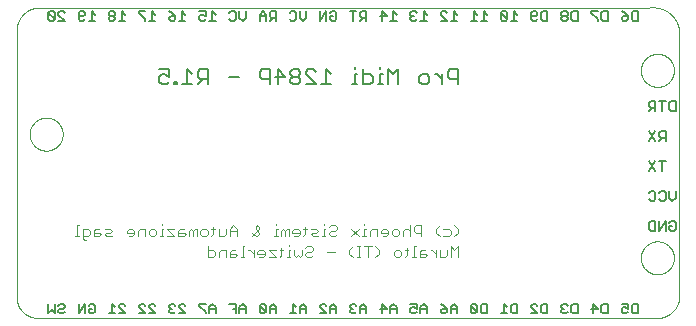
<source format=gbo>
G75*
%MOIN*%
%OFA0B0*%
%FSLAX25Y25*%
%IPPOS*%
%LPD*%
%AMOC8*
5,1,8,0,0,1.08239X$1,22.5*
%
%ADD10C,0.00039*%
%ADD11C,0.00500*%
%ADD12C,0.00400*%
%ADD13C,0.00000*%
%ADD14C,0.00600*%
D10*
X0008864Y0047693D02*
X0213274Y0047693D01*
X0213458Y0047665D01*
X0213643Y0047641D01*
X0213828Y0047622D01*
X0214014Y0047608D01*
X0214200Y0047598D01*
X0214386Y0047592D01*
X0214573Y0047591D01*
X0214759Y0047595D01*
X0214945Y0047603D01*
X0215131Y0047615D01*
X0215317Y0047632D01*
X0215502Y0047653D01*
X0215686Y0047679D01*
X0215870Y0047709D01*
X0216053Y0047744D01*
X0216235Y0047783D01*
X0216416Y0047827D01*
X0216596Y0047875D01*
X0216775Y0047927D01*
X0216953Y0047984D01*
X0217129Y0048044D01*
X0217304Y0048109D01*
X0217476Y0048179D01*
X0217648Y0048252D01*
X0217817Y0048330D01*
X0217985Y0048411D01*
X0218150Y0048497D01*
X0218313Y0048587D01*
X0218475Y0048680D01*
X0218633Y0048777D01*
X0218790Y0048879D01*
X0218944Y0048984D01*
X0219095Y0049092D01*
X0219244Y0049205D01*
X0219390Y0049320D01*
X0219533Y0049440D01*
X0219673Y0049562D01*
X0219810Y0049689D01*
X0219944Y0049818D01*
X0220075Y0049950D01*
X0220203Y0050086D01*
X0220327Y0050225D01*
X0220448Y0050367D01*
X0220566Y0050511D01*
X0220680Y0050659D01*
X0220790Y0050809D01*
X0220897Y0050961D01*
X0221000Y0051117D01*
X0221099Y0051274D01*
X0221194Y0051434D01*
X0221286Y0051597D01*
X0221373Y0051761D01*
X0221457Y0051928D01*
X0221536Y0052096D01*
X0221612Y0052267D01*
X0221683Y0052439D01*
X0221750Y0052613D01*
X0221813Y0052788D01*
X0221872Y0052965D01*
X0221926Y0053143D01*
X0221976Y0053323D01*
X0222021Y0053503D01*
X0222063Y0053685D01*
X0222100Y0053868D01*
X0222132Y0054051D01*
X0222132Y0143510D01*
X0222099Y0143724D01*
X0222062Y0143937D01*
X0222018Y0144148D01*
X0221970Y0144359D01*
X0221917Y0144569D01*
X0221859Y0144777D01*
X0221795Y0144984D01*
X0221727Y0145189D01*
X0221654Y0145392D01*
X0221576Y0145594D01*
X0221493Y0145793D01*
X0221405Y0145991D01*
X0221312Y0146186D01*
X0221215Y0146379D01*
X0221113Y0146570D01*
X0221007Y0146758D01*
X0220896Y0146944D01*
X0220781Y0147126D01*
X0220661Y0147306D01*
X0220537Y0147483D01*
X0220408Y0147657D01*
X0220276Y0147828D01*
X0220139Y0147996D01*
X0219999Y0148160D01*
X0219854Y0148321D01*
X0219706Y0148478D01*
X0219554Y0148632D01*
X0219398Y0148781D01*
X0219238Y0148928D01*
X0219076Y0149070D01*
X0218909Y0149208D01*
X0218740Y0149342D01*
X0218567Y0149472D01*
X0218391Y0149598D01*
X0218212Y0149719D01*
X0218031Y0149837D01*
X0217846Y0149949D01*
X0217659Y0150058D01*
X0217469Y0150161D01*
X0217277Y0150260D01*
X0217083Y0150355D01*
X0216886Y0150444D01*
X0216687Y0150529D01*
X0216487Y0150609D01*
X0216284Y0150684D01*
X0216079Y0150755D01*
X0215873Y0150820D01*
X0215666Y0150880D01*
X0215457Y0150936D01*
X0215246Y0150986D01*
X0215035Y0151031D01*
X0214823Y0151071D01*
X0214609Y0151106D01*
X0214395Y0151135D01*
X0214180Y0151160D01*
X0213965Y0151179D01*
X0213749Y0151193D01*
X0213533Y0151202D01*
X0213317Y0151206D01*
X0213101Y0151204D01*
X0212885Y0151198D01*
X0212669Y0151186D01*
X0212453Y0151168D01*
X0212238Y0151146D01*
X0212024Y0151118D01*
X0008864Y0151118D01*
X0008680Y0151116D01*
X0008496Y0151109D01*
X0008313Y0151098D01*
X0008130Y0151082D01*
X0007947Y0151063D01*
X0007765Y0151038D01*
X0007583Y0151009D01*
X0007402Y0150976D01*
X0007222Y0150939D01*
X0007043Y0150897D01*
X0006865Y0150851D01*
X0006689Y0150800D01*
X0006513Y0150746D01*
X0006339Y0150687D01*
X0006166Y0150624D01*
X0005995Y0150556D01*
X0005826Y0150485D01*
X0005658Y0150410D01*
X0005492Y0150330D01*
X0005328Y0150247D01*
X0005167Y0150159D01*
X0005007Y0150068D01*
X0004850Y0149973D01*
X0004695Y0149874D01*
X0004542Y0149771D01*
X0004392Y0149665D01*
X0004245Y0149555D01*
X0004100Y0149442D01*
X0003958Y0149325D01*
X0003819Y0149205D01*
X0003683Y0149081D01*
X0003550Y0148954D01*
X0003420Y0148824D01*
X0003293Y0148691D01*
X0003169Y0148555D01*
X0003049Y0148416D01*
X0002932Y0148274D01*
X0002819Y0148129D01*
X0002709Y0147982D01*
X0002603Y0147832D01*
X0002500Y0147679D01*
X0002401Y0147524D01*
X0002306Y0147367D01*
X0002215Y0147207D01*
X0002127Y0147046D01*
X0002044Y0146882D01*
X0001964Y0146716D01*
X0001889Y0146548D01*
X0001818Y0146379D01*
X0001750Y0146208D01*
X0001687Y0146035D01*
X0001628Y0145861D01*
X0001574Y0145685D01*
X0001523Y0145509D01*
X0001477Y0145331D01*
X0001435Y0145152D01*
X0001398Y0144972D01*
X0001365Y0144791D01*
X0001336Y0144609D01*
X0001311Y0144427D01*
X0001292Y0144244D01*
X0001276Y0144061D01*
X0001265Y0143878D01*
X0001258Y0143694D01*
X0001256Y0143510D01*
X0001256Y0054051D01*
X0001273Y0053880D01*
X0001295Y0053709D01*
X0001321Y0053539D01*
X0001351Y0053370D01*
X0001385Y0053201D01*
X0001423Y0053033D01*
X0001466Y0052866D01*
X0001512Y0052701D01*
X0001563Y0052536D01*
X0001617Y0052373D01*
X0001676Y0052211D01*
X0001738Y0052051D01*
X0001804Y0051892D01*
X0001875Y0051735D01*
X0001949Y0051580D01*
X0002027Y0051426D01*
X0002108Y0051275D01*
X0002194Y0051125D01*
X0002283Y0050978D01*
X0002375Y0050833D01*
X0002471Y0050690D01*
X0002571Y0050550D01*
X0002674Y0050412D01*
X0002780Y0050277D01*
X0002890Y0050144D01*
X0003002Y0050014D01*
X0003118Y0049887D01*
X0003237Y0049763D01*
X0003360Y0049642D01*
X0003485Y0049523D01*
X0003612Y0049408D01*
X0003743Y0049296D01*
X0003877Y0049188D01*
X0004013Y0049082D01*
X0004151Y0048980D01*
X0004292Y0048882D01*
X0004435Y0048786D01*
X0004581Y0048695D01*
X0004729Y0048607D01*
X0004879Y0048523D01*
X0005031Y0048442D01*
X0005185Y0048365D01*
X0005341Y0048292D01*
X0005498Y0048223D01*
X0005658Y0048158D01*
X0005818Y0048096D01*
X0005981Y0048039D01*
X0006144Y0047985D01*
X0006309Y0047936D01*
X0006475Y0047891D01*
X0006642Y0047849D01*
X0006810Y0047812D01*
X0006979Y0047779D01*
X0007149Y0047750D01*
X0007319Y0047726D01*
X0007490Y0047705D01*
X0007661Y0047689D01*
X0007833Y0047677D01*
X0008004Y0047669D01*
X0008177Y0047665D01*
X0008349Y0047666D01*
X0008521Y0047671D01*
X0008692Y0047680D01*
X0008864Y0047693D01*
D11*
X0011859Y0049183D02*
X0012907Y0050231D01*
X0013954Y0049183D01*
X0013954Y0052326D01*
X0015211Y0051802D02*
X0015734Y0052326D01*
X0016782Y0052326D01*
X0017306Y0051802D01*
X0017306Y0051278D01*
X0016782Y0050754D01*
X0015734Y0050754D01*
X0015211Y0050231D01*
X0015211Y0049707D01*
X0015734Y0049183D01*
X0016782Y0049183D01*
X0017306Y0049707D01*
X0021914Y0049183D02*
X0021914Y0052326D01*
X0024009Y0052326D02*
X0021914Y0049183D01*
X0024009Y0049183D02*
X0024009Y0052326D01*
X0025266Y0051802D02*
X0025789Y0052326D01*
X0026837Y0052326D01*
X0027361Y0051802D01*
X0027361Y0049707D01*
X0026837Y0049183D01*
X0025789Y0049183D01*
X0025266Y0049707D01*
X0025266Y0050754D01*
X0026313Y0050754D01*
X0031969Y0049183D02*
X0034064Y0049183D01*
X0033016Y0049183D02*
X0033016Y0052326D01*
X0034064Y0051278D01*
X0035321Y0051278D02*
X0035321Y0051802D01*
X0035844Y0052326D01*
X0036892Y0052326D01*
X0037416Y0051802D01*
X0035321Y0051278D02*
X0037416Y0049183D01*
X0035321Y0049183D01*
X0042024Y0049183D02*
X0044119Y0049183D01*
X0042024Y0051278D01*
X0042024Y0051802D01*
X0042548Y0052326D01*
X0043595Y0052326D01*
X0044119Y0051802D01*
X0045376Y0051802D02*
X0045899Y0052326D01*
X0046947Y0052326D01*
X0047471Y0051802D01*
X0045376Y0051802D02*
X0045376Y0051278D01*
X0047471Y0049183D01*
X0045376Y0049183D01*
X0052079Y0049707D02*
X0052603Y0049183D01*
X0053650Y0049183D01*
X0054174Y0049707D01*
X0055431Y0049183D02*
X0057526Y0049183D01*
X0055431Y0051278D01*
X0055431Y0051802D01*
X0055954Y0052326D01*
X0057002Y0052326D01*
X0057526Y0051802D01*
X0054174Y0051802D02*
X0053650Y0052326D01*
X0052603Y0052326D01*
X0052079Y0051802D01*
X0052079Y0051278D01*
X0052603Y0050754D01*
X0052079Y0050231D01*
X0052079Y0049707D01*
X0052603Y0050754D02*
X0053126Y0050754D01*
X0062134Y0051802D02*
X0064229Y0049707D01*
X0064229Y0049183D01*
X0065486Y0049183D02*
X0065486Y0051278D01*
X0066533Y0052326D01*
X0067581Y0051278D01*
X0067581Y0049183D01*
X0067581Y0050754D02*
X0065486Y0050754D01*
X0064229Y0052326D02*
X0062134Y0052326D01*
X0062134Y0051802D01*
X0072189Y0052326D02*
X0074284Y0052326D01*
X0074284Y0049183D01*
X0075541Y0049183D02*
X0075541Y0051278D01*
X0076588Y0052326D01*
X0077636Y0051278D01*
X0077636Y0049183D01*
X0082244Y0049707D02*
X0082768Y0049183D01*
X0083815Y0049183D01*
X0084339Y0049707D01*
X0082244Y0051802D01*
X0082244Y0049707D01*
X0084339Y0049707D02*
X0084339Y0051802D01*
X0083815Y0052326D01*
X0082768Y0052326D01*
X0082244Y0051802D01*
X0077636Y0050754D02*
X0075541Y0050754D01*
X0074284Y0050754D02*
X0073236Y0050754D01*
X0085595Y0050754D02*
X0087691Y0050754D01*
X0087691Y0051278D02*
X0086643Y0052326D01*
X0085595Y0051278D01*
X0085595Y0049183D01*
X0087691Y0049183D02*
X0087691Y0051278D01*
X0092299Y0049183D02*
X0094394Y0049183D01*
X0093346Y0049183D02*
X0093346Y0052326D01*
X0094394Y0051278D01*
X0095650Y0051278D02*
X0095650Y0049183D01*
X0097746Y0049183D02*
X0097746Y0051278D01*
X0096698Y0052326D01*
X0095650Y0051278D01*
X0095650Y0050754D02*
X0097746Y0050754D01*
X0102354Y0051278D02*
X0104449Y0049183D01*
X0102354Y0049183D01*
X0105705Y0049183D02*
X0105705Y0051278D01*
X0106753Y0052326D01*
X0107801Y0051278D01*
X0107801Y0049183D01*
X0107801Y0050754D02*
X0105705Y0050754D01*
X0104449Y0051802D02*
X0103925Y0052326D01*
X0102878Y0052326D01*
X0102354Y0051802D01*
X0102354Y0051278D01*
X0112409Y0051278D02*
X0112933Y0050754D01*
X0112409Y0050231D01*
X0112409Y0049707D01*
X0112933Y0049183D01*
X0113980Y0049183D01*
X0114504Y0049707D01*
X0115760Y0049183D02*
X0115760Y0051278D01*
X0116808Y0052326D01*
X0117856Y0051278D01*
X0117856Y0049183D01*
X0117856Y0050754D02*
X0115760Y0050754D01*
X0114504Y0051802D02*
X0113980Y0052326D01*
X0112933Y0052326D01*
X0112409Y0051802D01*
X0112409Y0051278D01*
X0112933Y0050754D02*
X0113456Y0050754D01*
X0122464Y0050754D02*
X0124559Y0050754D01*
X0122988Y0052326D01*
X0122988Y0049183D01*
X0125815Y0049183D02*
X0125815Y0051278D01*
X0126863Y0052326D01*
X0127911Y0051278D01*
X0127911Y0049183D01*
X0132519Y0049707D02*
X0133043Y0049183D01*
X0134090Y0049183D01*
X0134614Y0049707D01*
X0134614Y0050754D02*
X0133566Y0051278D01*
X0133043Y0051278D01*
X0132519Y0050754D01*
X0132519Y0049707D01*
X0134614Y0050754D02*
X0134614Y0052326D01*
X0132519Y0052326D01*
X0135870Y0051278D02*
X0135870Y0049183D01*
X0137966Y0049183D02*
X0137966Y0051278D01*
X0136918Y0052326D01*
X0135870Y0051278D01*
X0135870Y0050754D02*
X0137966Y0050754D01*
X0142574Y0050231D02*
X0143098Y0050754D01*
X0144669Y0050754D01*
X0144669Y0049707D01*
X0144145Y0049183D01*
X0143098Y0049183D01*
X0142574Y0049707D01*
X0142574Y0050231D01*
X0143621Y0051802D02*
X0144669Y0050754D01*
X0145925Y0050754D02*
X0148020Y0050754D01*
X0148020Y0051278D02*
X0146973Y0052326D01*
X0145925Y0051278D01*
X0145925Y0049183D01*
X0148020Y0049183D02*
X0148020Y0051278D01*
X0152629Y0051802D02*
X0152629Y0049707D01*
X0153152Y0049183D01*
X0154200Y0049183D01*
X0154724Y0049707D01*
X0152629Y0051802D01*
X0153152Y0052326D01*
X0154200Y0052326D01*
X0154724Y0051802D01*
X0154724Y0049707D01*
X0155980Y0049707D02*
X0155980Y0051802D01*
X0156504Y0052326D01*
X0158075Y0052326D01*
X0158075Y0049183D01*
X0156504Y0049183D01*
X0155980Y0049707D01*
X0162684Y0049183D02*
X0164779Y0049183D01*
X0163731Y0049183D02*
X0163731Y0052326D01*
X0164779Y0051278D01*
X0166035Y0051802D02*
X0166559Y0052326D01*
X0168130Y0052326D01*
X0168130Y0049183D01*
X0166559Y0049183D01*
X0166035Y0049707D01*
X0166035Y0051802D01*
X0172739Y0051802D02*
X0173262Y0052326D01*
X0174310Y0052326D01*
X0174834Y0051802D01*
X0176090Y0051802D02*
X0176090Y0049707D01*
X0176614Y0049183D01*
X0178185Y0049183D01*
X0178185Y0052326D01*
X0176614Y0052326D01*
X0176090Y0051802D01*
X0174834Y0049183D02*
X0172739Y0049183D01*
X0174834Y0049183D02*
X0172739Y0051278D01*
X0172739Y0051802D01*
X0182794Y0051802D02*
X0182794Y0051278D01*
X0183317Y0050754D01*
X0182794Y0050231D01*
X0182794Y0049707D01*
X0183317Y0049183D01*
X0184365Y0049183D01*
X0184889Y0049707D01*
X0186145Y0049707D02*
X0186145Y0051802D01*
X0186669Y0052326D01*
X0188240Y0052326D01*
X0188240Y0049183D01*
X0186669Y0049183D01*
X0186145Y0049707D01*
X0184889Y0051802D02*
X0184365Y0052326D01*
X0183317Y0052326D01*
X0182794Y0051802D01*
X0183317Y0050754D02*
X0183841Y0050754D01*
X0192849Y0050754D02*
X0194944Y0050754D01*
X0193372Y0052326D01*
X0193372Y0049183D01*
X0196200Y0049707D02*
X0196200Y0051802D01*
X0196724Y0052326D01*
X0198295Y0052326D01*
X0198295Y0049183D01*
X0196724Y0049183D01*
X0196200Y0049707D01*
X0202904Y0049707D02*
X0203427Y0049183D01*
X0204475Y0049183D01*
X0204999Y0049707D01*
X0204999Y0050754D02*
X0203951Y0051278D01*
X0203427Y0051278D01*
X0202904Y0050754D01*
X0202904Y0049707D01*
X0204999Y0050754D02*
X0204999Y0052326D01*
X0202904Y0052326D01*
X0206255Y0051802D02*
X0206779Y0052326D01*
X0208350Y0052326D01*
X0208350Y0049183D01*
X0206779Y0049183D01*
X0206255Y0049707D01*
X0206255Y0051802D01*
X0212631Y0076683D02*
X0212107Y0077207D01*
X0212107Y0079302D01*
X0212631Y0079826D01*
X0214202Y0079826D01*
X0214202Y0076683D01*
X0212631Y0076683D01*
X0215459Y0076683D02*
X0215459Y0079826D01*
X0217554Y0079826D02*
X0215459Y0076683D01*
X0217554Y0076683D02*
X0217554Y0079826D01*
X0218810Y0079302D02*
X0219334Y0079826D01*
X0220382Y0079826D01*
X0220905Y0079302D01*
X0220905Y0077207D01*
X0220382Y0076683D01*
X0219334Y0076683D01*
X0218810Y0077207D01*
X0218810Y0078254D01*
X0219858Y0078254D01*
X0219858Y0086693D02*
X0218810Y0087741D01*
X0218810Y0089836D01*
X0217554Y0089312D02*
X0217554Y0087217D01*
X0217030Y0086693D01*
X0215982Y0086693D01*
X0215459Y0087217D01*
X0214202Y0087217D02*
X0213678Y0086693D01*
X0212631Y0086693D01*
X0212107Y0087217D01*
X0214202Y0087217D02*
X0214202Y0089312D01*
X0213678Y0089836D01*
X0212631Y0089836D01*
X0212107Y0089312D01*
X0215459Y0089312D02*
X0215982Y0089836D01*
X0217030Y0089836D01*
X0217554Y0089312D01*
X0220905Y0089836D02*
X0220905Y0087741D01*
X0219858Y0086693D01*
X0216506Y0096703D02*
X0216506Y0099846D01*
X0215459Y0099846D02*
X0217554Y0099846D01*
X0214202Y0099846D02*
X0212107Y0096703D01*
X0214202Y0096703D02*
X0212107Y0099846D01*
X0212107Y0106713D02*
X0214202Y0109856D01*
X0215459Y0109332D02*
X0215459Y0108284D01*
X0215982Y0107761D01*
X0217554Y0107761D01*
X0216506Y0107761D02*
X0215459Y0106713D01*
X0214202Y0106713D02*
X0212107Y0109856D01*
X0215459Y0109332D02*
X0215982Y0109856D01*
X0217554Y0109856D01*
X0217554Y0106713D01*
X0216506Y0116723D02*
X0216506Y0119866D01*
X0215459Y0119866D02*
X0217554Y0119866D01*
X0218810Y0119342D02*
X0218810Y0117247D01*
X0219334Y0116723D01*
X0220905Y0116723D01*
X0220905Y0119866D01*
X0219334Y0119866D01*
X0218810Y0119342D01*
X0214202Y0119866D02*
X0214202Y0116723D01*
X0214202Y0117771D02*
X0212631Y0117771D01*
X0212107Y0118294D01*
X0212107Y0119342D01*
X0212631Y0119866D01*
X0214202Y0119866D01*
X0213155Y0117771D02*
X0212107Y0116723D01*
X0208350Y0146683D02*
X0206779Y0146683D01*
X0206255Y0147207D01*
X0206255Y0149302D01*
X0206779Y0149826D01*
X0208350Y0149826D01*
X0208350Y0146683D01*
X0204999Y0147207D02*
X0204999Y0148254D01*
X0203427Y0148254D01*
X0202904Y0147731D01*
X0202904Y0147207D01*
X0203427Y0146683D01*
X0204475Y0146683D01*
X0204999Y0147207D01*
X0204999Y0148254D02*
X0203951Y0149302D01*
X0202904Y0149826D01*
X0198295Y0149826D02*
X0198295Y0146683D01*
X0196724Y0146683D01*
X0196200Y0147207D01*
X0196200Y0149302D01*
X0196724Y0149826D01*
X0198295Y0149826D01*
X0194944Y0149826D02*
X0192849Y0149826D01*
X0192849Y0149302D01*
X0194944Y0147207D01*
X0194944Y0146683D01*
X0188240Y0146683D02*
X0188240Y0149826D01*
X0186669Y0149826D01*
X0186145Y0149302D01*
X0186145Y0147207D01*
X0186669Y0146683D01*
X0188240Y0146683D01*
X0184889Y0147207D02*
X0184889Y0147731D01*
X0184365Y0148254D01*
X0183317Y0148254D01*
X0182794Y0147731D01*
X0182794Y0147207D01*
X0183317Y0146683D01*
X0184365Y0146683D01*
X0184889Y0147207D01*
X0184365Y0148254D02*
X0184889Y0148778D01*
X0184889Y0149302D01*
X0184365Y0149826D01*
X0183317Y0149826D01*
X0182794Y0149302D01*
X0182794Y0148778D01*
X0183317Y0148254D01*
X0178185Y0146683D02*
X0176614Y0146683D01*
X0176090Y0147207D01*
X0176090Y0149302D01*
X0176614Y0149826D01*
X0178185Y0149826D01*
X0178185Y0146683D01*
X0174834Y0147207D02*
X0174310Y0146683D01*
X0173262Y0146683D01*
X0172739Y0147207D01*
X0172739Y0149302D01*
X0173262Y0149826D01*
X0174310Y0149826D01*
X0174834Y0149302D01*
X0174834Y0148778D01*
X0174310Y0148254D01*
X0172739Y0148254D01*
X0168130Y0148778D02*
X0167083Y0149826D01*
X0167083Y0146683D01*
X0168130Y0146683D02*
X0166035Y0146683D01*
X0164779Y0147207D02*
X0162684Y0149302D01*
X0162684Y0147207D01*
X0163207Y0146683D01*
X0164255Y0146683D01*
X0164779Y0147207D01*
X0164779Y0149302D01*
X0164255Y0149826D01*
X0163207Y0149826D01*
X0162684Y0149302D01*
X0158075Y0148778D02*
X0157028Y0149826D01*
X0157028Y0146683D01*
X0158075Y0146683D02*
X0155980Y0146683D01*
X0154724Y0146683D02*
X0152629Y0146683D01*
X0153676Y0146683D02*
X0153676Y0149826D01*
X0154724Y0148778D01*
X0148020Y0148778D02*
X0146973Y0149826D01*
X0146973Y0146683D01*
X0148020Y0146683D02*
X0145925Y0146683D01*
X0144669Y0146683D02*
X0142574Y0148778D01*
X0142574Y0149302D01*
X0143098Y0149826D01*
X0144145Y0149826D01*
X0144669Y0149302D01*
X0144669Y0146683D02*
X0142574Y0146683D01*
X0137966Y0146683D02*
X0135870Y0146683D01*
X0136918Y0146683D02*
X0136918Y0149826D01*
X0137966Y0148778D01*
X0134614Y0149302D02*
X0134090Y0149826D01*
X0133043Y0149826D01*
X0132519Y0149302D01*
X0132519Y0148778D01*
X0133043Y0148254D01*
X0132519Y0147731D01*
X0132519Y0147207D01*
X0133043Y0146683D01*
X0134090Y0146683D01*
X0134614Y0147207D01*
X0133566Y0148254D02*
X0133043Y0148254D01*
X0127911Y0148778D02*
X0126863Y0149826D01*
X0126863Y0146683D01*
X0127911Y0146683D02*
X0125815Y0146683D01*
X0124559Y0148254D02*
X0122464Y0148254D01*
X0122988Y0146683D02*
X0122988Y0149826D01*
X0124559Y0148254D01*
X0117856Y0147731D02*
X0116284Y0147731D01*
X0115760Y0148254D01*
X0115760Y0149302D01*
X0116284Y0149826D01*
X0117856Y0149826D01*
X0117856Y0146683D01*
X0116808Y0147731D02*
X0115760Y0146683D01*
X0113456Y0146683D02*
X0113456Y0149826D01*
X0112409Y0149826D02*
X0114504Y0149826D01*
X0107801Y0149302D02*
X0107801Y0147207D01*
X0107277Y0146683D01*
X0106229Y0146683D01*
X0105705Y0147207D01*
X0105705Y0148254D01*
X0106753Y0148254D01*
X0107801Y0149302D02*
X0107277Y0149826D01*
X0106229Y0149826D01*
X0105705Y0149302D01*
X0104449Y0149826D02*
X0102354Y0146683D01*
X0102354Y0149826D01*
X0104449Y0149826D02*
X0104449Y0146683D01*
X0097746Y0147731D02*
X0097746Y0149826D01*
X0097746Y0147731D02*
X0096698Y0146683D01*
X0095650Y0147731D01*
X0095650Y0149826D01*
X0094394Y0149302D02*
X0094394Y0147207D01*
X0093870Y0146683D01*
X0092823Y0146683D01*
X0092299Y0147207D01*
X0092299Y0149302D02*
X0092823Y0149826D01*
X0093870Y0149826D01*
X0094394Y0149302D01*
X0087691Y0149826D02*
X0087691Y0146683D01*
X0087691Y0147731D02*
X0086119Y0147731D01*
X0085595Y0148254D01*
X0085595Y0149302D01*
X0086119Y0149826D01*
X0087691Y0149826D01*
X0086643Y0147731D02*
X0085595Y0146683D01*
X0084339Y0146683D02*
X0084339Y0148778D01*
X0083291Y0149826D01*
X0082244Y0148778D01*
X0082244Y0146683D01*
X0082244Y0148254D02*
X0084339Y0148254D01*
X0077636Y0147731D02*
X0076588Y0146683D01*
X0075541Y0147731D01*
X0075541Y0149826D01*
X0074284Y0149302D02*
X0074284Y0147207D01*
X0073760Y0146683D01*
X0072713Y0146683D01*
X0072189Y0147207D01*
X0072189Y0149302D02*
X0072713Y0149826D01*
X0073760Y0149826D01*
X0074284Y0149302D01*
X0077636Y0149826D02*
X0077636Y0147731D01*
X0067581Y0148778D02*
X0066533Y0149826D01*
X0066533Y0146683D01*
X0065486Y0146683D02*
X0067581Y0146683D01*
X0064229Y0147207D02*
X0063705Y0146683D01*
X0062658Y0146683D01*
X0062134Y0147207D01*
X0062134Y0148254D01*
X0062658Y0148778D01*
X0063181Y0148778D01*
X0064229Y0148254D01*
X0064229Y0149826D01*
X0062134Y0149826D01*
X0057526Y0148778D02*
X0056478Y0149826D01*
X0056478Y0146683D01*
X0055431Y0146683D02*
X0057526Y0146683D01*
X0054174Y0147207D02*
X0054174Y0148254D01*
X0052603Y0148254D01*
X0052079Y0147731D01*
X0052079Y0147207D01*
X0052603Y0146683D01*
X0053650Y0146683D01*
X0054174Y0147207D01*
X0054174Y0148254D02*
X0053126Y0149302D01*
X0052079Y0149826D01*
X0047471Y0148778D02*
X0046423Y0149826D01*
X0046423Y0146683D01*
X0045376Y0146683D02*
X0047471Y0146683D01*
X0044119Y0146683D02*
X0044119Y0147207D01*
X0042024Y0149302D01*
X0042024Y0149826D01*
X0044119Y0149826D01*
X0037416Y0148778D02*
X0036368Y0149826D01*
X0036368Y0146683D01*
X0035321Y0146683D02*
X0037416Y0146683D01*
X0034064Y0147207D02*
X0034064Y0147731D01*
X0033540Y0148254D01*
X0032493Y0148254D01*
X0031969Y0147731D01*
X0031969Y0147207D01*
X0032493Y0146683D01*
X0033540Y0146683D01*
X0034064Y0147207D01*
X0033540Y0148254D02*
X0034064Y0148778D01*
X0034064Y0149302D01*
X0033540Y0149826D01*
X0032493Y0149826D01*
X0031969Y0149302D01*
X0031969Y0148778D01*
X0032493Y0148254D01*
X0027361Y0148778D02*
X0026313Y0149826D01*
X0026313Y0146683D01*
X0025266Y0146683D02*
X0027361Y0146683D01*
X0024009Y0147207D02*
X0023485Y0146683D01*
X0022438Y0146683D01*
X0021914Y0147207D01*
X0021914Y0149302D01*
X0022438Y0149826D01*
X0023485Y0149826D01*
X0024009Y0149302D01*
X0024009Y0148778D01*
X0023485Y0148254D01*
X0021914Y0148254D01*
X0017306Y0149302D02*
X0016782Y0149826D01*
X0015734Y0149826D01*
X0015211Y0149302D01*
X0015211Y0148778D01*
X0017306Y0146683D01*
X0015211Y0146683D01*
X0013954Y0147207D02*
X0011859Y0149302D01*
X0011859Y0147207D01*
X0012383Y0146683D01*
X0013430Y0146683D01*
X0013954Y0147207D01*
X0013954Y0149302D01*
X0013430Y0149826D01*
X0012383Y0149826D01*
X0011859Y0149302D01*
X0011859Y0052326D02*
X0011859Y0049183D01*
X0125815Y0050754D02*
X0127911Y0050754D01*
X0142574Y0052326D02*
X0143621Y0051802D01*
D12*
X0144117Y0067883D02*
X0142315Y0067883D01*
X0142315Y0070285D01*
X0141034Y0070285D02*
X0141034Y0067883D01*
X0141034Y0069084D02*
X0139833Y0070285D01*
X0139233Y0070285D01*
X0137364Y0070285D02*
X0136163Y0070285D01*
X0135563Y0069685D01*
X0135563Y0067883D01*
X0137364Y0067883D01*
X0137965Y0068484D01*
X0137364Y0069084D01*
X0135563Y0069084D01*
X0134282Y0067883D02*
X0133081Y0067883D01*
X0133681Y0067883D02*
X0133681Y0071486D01*
X0134282Y0071486D01*
X0131826Y0070285D02*
X0130625Y0070285D01*
X0131226Y0070886D02*
X0131226Y0068484D01*
X0130625Y0067883D01*
X0129371Y0068484D02*
X0129371Y0069685D01*
X0128770Y0070285D01*
X0127569Y0070285D01*
X0126969Y0069685D01*
X0126969Y0068484D01*
X0127569Y0067883D01*
X0128770Y0067883D01*
X0129371Y0068484D01*
X0122005Y0069084D02*
X0122005Y0070285D01*
X0120804Y0071486D01*
X0119549Y0071486D02*
X0117147Y0071486D01*
X0118348Y0071486D02*
X0118348Y0067883D01*
X0120804Y0067883D02*
X0122005Y0069084D01*
X0115866Y0067883D02*
X0114665Y0067883D01*
X0115265Y0067883D02*
X0115265Y0071486D01*
X0114665Y0071486D02*
X0115866Y0071486D01*
X0113411Y0071486D02*
X0112210Y0070285D01*
X0112210Y0069084D01*
X0113411Y0067883D01*
X0107272Y0069685D02*
X0104870Y0069685D01*
X0099906Y0070285D02*
X0099906Y0070886D01*
X0099305Y0071486D01*
X0098104Y0071486D01*
X0097504Y0070886D01*
X0098104Y0069685D02*
X0097504Y0069084D01*
X0097504Y0068484D01*
X0098104Y0067883D01*
X0099305Y0067883D01*
X0099906Y0068484D01*
X0099305Y0069685D02*
X0098104Y0069685D01*
X0099305Y0069685D02*
X0099906Y0070285D01*
X0096223Y0070285D02*
X0096223Y0068484D01*
X0095622Y0067883D01*
X0095022Y0068484D01*
X0094421Y0067883D01*
X0093820Y0068484D01*
X0093820Y0070285D01*
X0092539Y0070285D02*
X0091939Y0070285D01*
X0091939Y0067883D01*
X0092539Y0067883D02*
X0091338Y0067883D01*
X0089483Y0068484D02*
X0088883Y0067883D01*
X0089483Y0068484D02*
X0089483Y0070886D01*
X0090084Y0070285D02*
X0088883Y0070285D01*
X0087629Y0070285D02*
X0085227Y0070285D01*
X0087629Y0067883D01*
X0085227Y0067883D01*
X0083945Y0068484D02*
X0083945Y0069685D01*
X0083345Y0070285D01*
X0082144Y0070285D01*
X0081543Y0069685D01*
X0081543Y0069084D01*
X0083945Y0069084D01*
X0083945Y0068484D02*
X0083345Y0067883D01*
X0082144Y0067883D01*
X0080262Y0067883D02*
X0080262Y0070285D01*
X0080262Y0069084D02*
X0079061Y0070285D01*
X0078461Y0070285D01*
X0077193Y0071486D02*
X0076592Y0071486D01*
X0076592Y0067883D01*
X0075992Y0067883D02*
X0077193Y0067883D01*
X0074738Y0068484D02*
X0074137Y0069084D01*
X0072336Y0069084D01*
X0072336Y0069685D02*
X0072336Y0067883D01*
X0074137Y0067883D01*
X0074738Y0068484D01*
X0074137Y0070285D02*
X0072936Y0070285D01*
X0072336Y0069685D01*
X0071054Y0070285D02*
X0069253Y0070285D01*
X0068652Y0069685D01*
X0068652Y0067883D01*
X0067371Y0068484D02*
X0067371Y0069685D01*
X0066771Y0070285D01*
X0064969Y0070285D01*
X0064969Y0071486D02*
X0064969Y0067883D01*
X0066771Y0067883D01*
X0067371Y0068484D01*
X0071054Y0067883D02*
X0071054Y0070285D01*
X0070454Y0074883D02*
X0068652Y0074883D01*
X0068652Y0077285D01*
X0067371Y0077285D02*
X0066170Y0077285D01*
X0066771Y0077886D02*
X0066771Y0075484D01*
X0066170Y0074883D01*
X0064916Y0075484D02*
X0064315Y0074883D01*
X0063114Y0074883D01*
X0062514Y0075484D01*
X0062514Y0076685D01*
X0063114Y0077285D01*
X0064315Y0077285D01*
X0064916Y0076685D01*
X0064916Y0075484D01*
X0061233Y0074883D02*
X0061233Y0077285D01*
X0060632Y0077285D01*
X0060032Y0076685D01*
X0059431Y0077285D01*
X0058831Y0076685D01*
X0058831Y0074883D01*
X0060032Y0074883D02*
X0060032Y0076685D01*
X0057550Y0075484D02*
X0056949Y0074883D01*
X0055147Y0074883D01*
X0055147Y0076685D01*
X0055748Y0077285D01*
X0056949Y0077285D01*
X0056949Y0076084D02*
X0055147Y0076084D01*
X0053866Y0074883D02*
X0051464Y0074883D01*
X0050183Y0074883D02*
X0048982Y0074883D01*
X0049583Y0074883D02*
X0049583Y0077285D01*
X0050183Y0077285D01*
X0051464Y0077285D02*
X0053866Y0074883D01*
X0053866Y0077285D02*
X0051464Y0077285D01*
X0049583Y0078486D02*
X0049583Y0079087D01*
X0047728Y0076685D02*
X0047127Y0077285D01*
X0045926Y0077285D01*
X0045326Y0076685D01*
X0045326Y0075484D01*
X0045926Y0074883D01*
X0047127Y0074883D01*
X0047728Y0075484D01*
X0047728Y0076685D01*
X0044045Y0077285D02*
X0044045Y0074883D01*
X0041643Y0074883D02*
X0041643Y0076685D01*
X0042243Y0077285D01*
X0044045Y0077285D01*
X0040362Y0076685D02*
X0039761Y0077285D01*
X0038560Y0077285D01*
X0037959Y0076685D01*
X0037959Y0076084D01*
X0040362Y0076084D01*
X0040362Y0075484D02*
X0040362Y0076685D01*
X0040362Y0075484D02*
X0039761Y0074883D01*
X0038560Y0074883D01*
X0032995Y0074883D02*
X0031194Y0074883D01*
X0030593Y0075484D01*
X0031194Y0076084D01*
X0032395Y0076084D01*
X0032995Y0076685D01*
X0032395Y0077285D01*
X0030593Y0077285D01*
X0028712Y0077285D02*
X0027511Y0077285D01*
X0026910Y0076685D01*
X0026910Y0074883D01*
X0028712Y0074883D01*
X0029312Y0075484D01*
X0028712Y0076084D01*
X0026910Y0076084D01*
X0025629Y0075484D02*
X0025028Y0074883D01*
X0023227Y0074883D01*
X0023227Y0074283D02*
X0023227Y0077285D01*
X0025028Y0077285D01*
X0025629Y0076685D01*
X0025629Y0075484D01*
X0023827Y0073682D02*
X0023227Y0074283D01*
X0023827Y0073682D02*
X0024428Y0073682D01*
X0021946Y0074883D02*
X0020745Y0074883D01*
X0021345Y0074883D02*
X0021345Y0078486D01*
X0021946Y0078486D01*
X0056949Y0076084D02*
X0057550Y0075484D01*
X0070454Y0074883D02*
X0071054Y0075484D01*
X0071054Y0077285D01*
X0072335Y0077285D02*
X0072335Y0074883D01*
X0072335Y0076685D02*
X0074738Y0076685D01*
X0074738Y0077285D02*
X0074738Y0074883D01*
X0074738Y0077285D02*
X0073537Y0078486D01*
X0072335Y0077285D01*
X0079702Y0076084D02*
X0080903Y0074883D01*
X0081503Y0074883D01*
X0082104Y0075484D01*
X0082104Y0076084D01*
X0080903Y0077285D01*
X0080903Y0077886D01*
X0081503Y0078486D01*
X0082104Y0077886D01*
X0082104Y0077285D01*
X0079702Y0074883D01*
X0087041Y0074883D02*
X0088242Y0074883D01*
X0087642Y0074883D02*
X0087642Y0077285D01*
X0088242Y0077285D01*
X0087642Y0078486D02*
X0087642Y0079087D01*
X0089523Y0076685D02*
X0090124Y0077285D01*
X0090725Y0076685D01*
X0090725Y0074883D01*
X0091926Y0074883D02*
X0091926Y0077285D01*
X0091325Y0077285D01*
X0090725Y0076685D01*
X0089523Y0076685D02*
X0089523Y0074883D01*
X0093207Y0076084D02*
X0095609Y0076084D01*
X0095609Y0075484D02*
X0095609Y0076685D01*
X0095008Y0077285D01*
X0093807Y0077285D01*
X0093207Y0076685D01*
X0093207Y0076084D01*
X0093807Y0074883D02*
X0095008Y0074883D01*
X0095609Y0075484D01*
X0096863Y0074883D02*
X0097464Y0075484D01*
X0097464Y0077886D01*
X0098064Y0077285D02*
X0096863Y0077285D01*
X0099345Y0077285D02*
X0101147Y0077285D01*
X0101747Y0076685D01*
X0101147Y0076084D01*
X0099946Y0076084D01*
X0099345Y0075484D01*
X0099946Y0074883D01*
X0101747Y0074883D01*
X0103002Y0074883D02*
X0104203Y0074883D01*
X0103602Y0074883D02*
X0103602Y0077285D01*
X0104203Y0077285D01*
X0103602Y0078486D02*
X0103602Y0079087D01*
X0105484Y0077886D02*
X0106084Y0078486D01*
X0107285Y0078486D01*
X0107886Y0077886D01*
X0107886Y0077285D01*
X0107285Y0076685D01*
X0106084Y0076685D01*
X0105484Y0076084D01*
X0105484Y0075484D01*
X0106084Y0074883D01*
X0107285Y0074883D01*
X0107886Y0075484D01*
X0112850Y0074883D02*
X0115252Y0077285D01*
X0117107Y0077285D02*
X0117107Y0074883D01*
X0116507Y0074883D02*
X0117708Y0074883D01*
X0118989Y0074883D02*
X0118989Y0076685D01*
X0119589Y0077285D01*
X0121391Y0077285D01*
X0121391Y0074883D01*
X0122672Y0076084D02*
X0125074Y0076084D01*
X0125074Y0075484D02*
X0125074Y0076685D01*
X0124473Y0077285D01*
X0123272Y0077285D01*
X0122672Y0076685D01*
X0122672Y0076084D01*
X0123272Y0074883D02*
X0124473Y0074883D01*
X0125074Y0075484D01*
X0126355Y0075484D02*
X0126355Y0076685D01*
X0126955Y0077285D01*
X0128156Y0077285D01*
X0128757Y0076685D01*
X0128757Y0075484D01*
X0128156Y0074883D01*
X0126955Y0074883D01*
X0126355Y0075484D01*
X0130038Y0074883D02*
X0130038Y0076685D01*
X0130639Y0077285D01*
X0131840Y0077285D01*
X0132440Y0076685D01*
X0133721Y0076685D02*
X0133721Y0077886D01*
X0134322Y0078486D01*
X0136123Y0078486D01*
X0136123Y0074883D01*
X0136123Y0076084D02*
X0134322Y0076084D01*
X0133721Y0076685D01*
X0132440Y0078486D02*
X0132440Y0074883D01*
X0141061Y0076084D02*
X0141061Y0077285D01*
X0142262Y0078486D01*
X0143543Y0077285D02*
X0145344Y0077285D01*
X0145945Y0076685D01*
X0145945Y0075484D01*
X0145344Y0074883D01*
X0143543Y0074883D01*
X0142262Y0074883D02*
X0141061Y0076084D01*
X0147199Y0074883D02*
X0148400Y0076084D01*
X0148400Y0077285D01*
X0147199Y0078486D01*
X0145998Y0071486D02*
X0145998Y0067883D01*
X0144717Y0068484D02*
X0144717Y0070285D01*
X0145998Y0071486D02*
X0147199Y0070285D01*
X0148400Y0071486D01*
X0148400Y0067883D01*
X0144717Y0068484D02*
X0144117Y0067883D01*
X0117708Y0077285D02*
X0117107Y0077285D01*
X0117107Y0078486D02*
X0117107Y0079087D01*
X0115252Y0074883D02*
X0112850Y0077285D01*
X0091939Y0072087D02*
X0091939Y0071486D01*
D13*
X0005588Y0108933D02*
X0005590Y0109081D01*
X0005596Y0109229D01*
X0005606Y0109377D01*
X0005620Y0109524D01*
X0005638Y0109671D01*
X0005659Y0109817D01*
X0005685Y0109963D01*
X0005715Y0110108D01*
X0005748Y0110252D01*
X0005786Y0110395D01*
X0005827Y0110537D01*
X0005872Y0110678D01*
X0005920Y0110818D01*
X0005973Y0110957D01*
X0006029Y0111094D01*
X0006089Y0111229D01*
X0006152Y0111363D01*
X0006219Y0111495D01*
X0006290Y0111625D01*
X0006364Y0111753D01*
X0006441Y0111879D01*
X0006522Y0112003D01*
X0006606Y0112125D01*
X0006693Y0112244D01*
X0006784Y0112361D01*
X0006878Y0112476D01*
X0006974Y0112588D01*
X0007074Y0112698D01*
X0007176Y0112804D01*
X0007282Y0112908D01*
X0007390Y0113009D01*
X0007501Y0113107D01*
X0007614Y0113203D01*
X0007730Y0113295D01*
X0007848Y0113384D01*
X0007969Y0113469D01*
X0008092Y0113552D01*
X0008217Y0113631D01*
X0008344Y0113707D01*
X0008473Y0113779D01*
X0008604Y0113848D01*
X0008737Y0113913D01*
X0008872Y0113974D01*
X0009008Y0114032D01*
X0009145Y0114087D01*
X0009284Y0114137D01*
X0009425Y0114184D01*
X0009566Y0114227D01*
X0009709Y0114267D01*
X0009853Y0114302D01*
X0009997Y0114334D01*
X0010143Y0114361D01*
X0010289Y0114385D01*
X0010436Y0114405D01*
X0010583Y0114421D01*
X0010730Y0114433D01*
X0010878Y0114441D01*
X0011026Y0114445D01*
X0011174Y0114445D01*
X0011322Y0114441D01*
X0011470Y0114433D01*
X0011617Y0114421D01*
X0011764Y0114405D01*
X0011911Y0114385D01*
X0012057Y0114361D01*
X0012203Y0114334D01*
X0012347Y0114302D01*
X0012491Y0114267D01*
X0012634Y0114227D01*
X0012775Y0114184D01*
X0012916Y0114137D01*
X0013055Y0114087D01*
X0013192Y0114032D01*
X0013328Y0113974D01*
X0013463Y0113913D01*
X0013596Y0113848D01*
X0013727Y0113779D01*
X0013856Y0113707D01*
X0013983Y0113631D01*
X0014108Y0113552D01*
X0014231Y0113469D01*
X0014352Y0113384D01*
X0014470Y0113295D01*
X0014586Y0113203D01*
X0014699Y0113107D01*
X0014810Y0113009D01*
X0014918Y0112908D01*
X0015024Y0112804D01*
X0015126Y0112698D01*
X0015226Y0112588D01*
X0015322Y0112476D01*
X0015416Y0112361D01*
X0015507Y0112244D01*
X0015594Y0112125D01*
X0015678Y0112003D01*
X0015759Y0111879D01*
X0015836Y0111753D01*
X0015910Y0111625D01*
X0015981Y0111495D01*
X0016048Y0111363D01*
X0016111Y0111229D01*
X0016171Y0111094D01*
X0016227Y0110957D01*
X0016280Y0110818D01*
X0016328Y0110678D01*
X0016373Y0110537D01*
X0016414Y0110395D01*
X0016452Y0110252D01*
X0016485Y0110108D01*
X0016515Y0109963D01*
X0016541Y0109817D01*
X0016562Y0109671D01*
X0016580Y0109524D01*
X0016594Y0109377D01*
X0016604Y0109229D01*
X0016610Y0109081D01*
X0016612Y0108933D01*
X0016610Y0108785D01*
X0016604Y0108637D01*
X0016594Y0108489D01*
X0016580Y0108342D01*
X0016562Y0108195D01*
X0016541Y0108049D01*
X0016515Y0107903D01*
X0016485Y0107758D01*
X0016452Y0107614D01*
X0016414Y0107471D01*
X0016373Y0107329D01*
X0016328Y0107188D01*
X0016280Y0107048D01*
X0016227Y0106909D01*
X0016171Y0106772D01*
X0016111Y0106637D01*
X0016048Y0106503D01*
X0015981Y0106371D01*
X0015910Y0106241D01*
X0015836Y0106113D01*
X0015759Y0105987D01*
X0015678Y0105863D01*
X0015594Y0105741D01*
X0015507Y0105622D01*
X0015416Y0105505D01*
X0015322Y0105390D01*
X0015226Y0105278D01*
X0015126Y0105168D01*
X0015024Y0105062D01*
X0014918Y0104958D01*
X0014810Y0104857D01*
X0014699Y0104759D01*
X0014586Y0104663D01*
X0014470Y0104571D01*
X0014352Y0104482D01*
X0014231Y0104397D01*
X0014108Y0104314D01*
X0013983Y0104235D01*
X0013856Y0104159D01*
X0013727Y0104087D01*
X0013596Y0104018D01*
X0013463Y0103953D01*
X0013328Y0103892D01*
X0013192Y0103834D01*
X0013055Y0103779D01*
X0012916Y0103729D01*
X0012775Y0103682D01*
X0012634Y0103639D01*
X0012491Y0103599D01*
X0012347Y0103564D01*
X0012203Y0103532D01*
X0012057Y0103505D01*
X0011911Y0103481D01*
X0011764Y0103461D01*
X0011617Y0103445D01*
X0011470Y0103433D01*
X0011322Y0103425D01*
X0011174Y0103421D01*
X0011026Y0103421D01*
X0010878Y0103425D01*
X0010730Y0103433D01*
X0010583Y0103445D01*
X0010436Y0103461D01*
X0010289Y0103481D01*
X0010143Y0103505D01*
X0009997Y0103532D01*
X0009853Y0103564D01*
X0009709Y0103599D01*
X0009566Y0103639D01*
X0009425Y0103682D01*
X0009284Y0103729D01*
X0009145Y0103779D01*
X0009008Y0103834D01*
X0008872Y0103892D01*
X0008737Y0103953D01*
X0008604Y0104018D01*
X0008473Y0104087D01*
X0008344Y0104159D01*
X0008217Y0104235D01*
X0008092Y0104314D01*
X0007969Y0104397D01*
X0007848Y0104482D01*
X0007730Y0104571D01*
X0007614Y0104663D01*
X0007501Y0104759D01*
X0007390Y0104857D01*
X0007282Y0104958D01*
X0007176Y0105062D01*
X0007074Y0105168D01*
X0006974Y0105278D01*
X0006878Y0105390D01*
X0006784Y0105505D01*
X0006693Y0105622D01*
X0006606Y0105741D01*
X0006522Y0105863D01*
X0006441Y0105987D01*
X0006364Y0106113D01*
X0006290Y0106241D01*
X0006219Y0106371D01*
X0006152Y0106503D01*
X0006089Y0106637D01*
X0006029Y0106772D01*
X0005973Y0106909D01*
X0005920Y0107048D01*
X0005872Y0107188D01*
X0005827Y0107329D01*
X0005786Y0107471D01*
X0005748Y0107614D01*
X0005715Y0107758D01*
X0005685Y0107903D01*
X0005659Y0108049D01*
X0005638Y0108195D01*
X0005620Y0108342D01*
X0005606Y0108489D01*
X0005596Y0108637D01*
X0005590Y0108785D01*
X0005588Y0108933D01*
X0209338Y0130183D02*
X0209340Y0130331D01*
X0209346Y0130479D01*
X0209356Y0130627D01*
X0209370Y0130774D01*
X0209388Y0130921D01*
X0209409Y0131067D01*
X0209435Y0131213D01*
X0209465Y0131358D01*
X0209498Y0131502D01*
X0209536Y0131645D01*
X0209577Y0131787D01*
X0209622Y0131928D01*
X0209670Y0132068D01*
X0209723Y0132207D01*
X0209779Y0132344D01*
X0209839Y0132479D01*
X0209902Y0132613D01*
X0209969Y0132745D01*
X0210040Y0132875D01*
X0210114Y0133003D01*
X0210191Y0133129D01*
X0210272Y0133253D01*
X0210356Y0133375D01*
X0210443Y0133494D01*
X0210534Y0133611D01*
X0210628Y0133726D01*
X0210724Y0133838D01*
X0210824Y0133948D01*
X0210926Y0134054D01*
X0211032Y0134158D01*
X0211140Y0134259D01*
X0211251Y0134357D01*
X0211364Y0134453D01*
X0211480Y0134545D01*
X0211598Y0134634D01*
X0211719Y0134719D01*
X0211842Y0134802D01*
X0211967Y0134881D01*
X0212094Y0134957D01*
X0212223Y0135029D01*
X0212354Y0135098D01*
X0212487Y0135163D01*
X0212622Y0135224D01*
X0212758Y0135282D01*
X0212895Y0135337D01*
X0213034Y0135387D01*
X0213175Y0135434D01*
X0213316Y0135477D01*
X0213459Y0135517D01*
X0213603Y0135552D01*
X0213747Y0135584D01*
X0213893Y0135611D01*
X0214039Y0135635D01*
X0214186Y0135655D01*
X0214333Y0135671D01*
X0214480Y0135683D01*
X0214628Y0135691D01*
X0214776Y0135695D01*
X0214924Y0135695D01*
X0215072Y0135691D01*
X0215220Y0135683D01*
X0215367Y0135671D01*
X0215514Y0135655D01*
X0215661Y0135635D01*
X0215807Y0135611D01*
X0215953Y0135584D01*
X0216097Y0135552D01*
X0216241Y0135517D01*
X0216384Y0135477D01*
X0216525Y0135434D01*
X0216666Y0135387D01*
X0216805Y0135337D01*
X0216942Y0135282D01*
X0217078Y0135224D01*
X0217213Y0135163D01*
X0217346Y0135098D01*
X0217477Y0135029D01*
X0217606Y0134957D01*
X0217733Y0134881D01*
X0217858Y0134802D01*
X0217981Y0134719D01*
X0218102Y0134634D01*
X0218220Y0134545D01*
X0218336Y0134453D01*
X0218449Y0134357D01*
X0218560Y0134259D01*
X0218668Y0134158D01*
X0218774Y0134054D01*
X0218876Y0133948D01*
X0218976Y0133838D01*
X0219072Y0133726D01*
X0219166Y0133611D01*
X0219257Y0133494D01*
X0219344Y0133375D01*
X0219428Y0133253D01*
X0219509Y0133129D01*
X0219586Y0133003D01*
X0219660Y0132875D01*
X0219731Y0132745D01*
X0219798Y0132613D01*
X0219861Y0132479D01*
X0219921Y0132344D01*
X0219977Y0132207D01*
X0220030Y0132068D01*
X0220078Y0131928D01*
X0220123Y0131787D01*
X0220164Y0131645D01*
X0220202Y0131502D01*
X0220235Y0131358D01*
X0220265Y0131213D01*
X0220291Y0131067D01*
X0220312Y0130921D01*
X0220330Y0130774D01*
X0220344Y0130627D01*
X0220354Y0130479D01*
X0220360Y0130331D01*
X0220362Y0130183D01*
X0220360Y0130035D01*
X0220354Y0129887D01*
X0220344Y0129739D01*
X0220330Y0129592D01*
X0220312Y0129445D01*
X0220291Y0129299D01*
X0220265Y0129153D01*
X0220235Y0129008D01*
X0220202Y0128864D01*
X0220164Y0128721D01*
X0220123Y0128579D01*
X0220078Y0128438D01*
X0220030Y0128298D01*
X0219977Y0128159D01*
X0219921Y0128022D01*
X0219861Y0127887D01*
X0219798Y0127753D01*
X0219731Y0127621D01*
X0219660Y0127491D01*
X0219586Y0127363D01*
X0219509Y0127237D01*
X0219428Y0127113D01*
X0219344Y0126991D01*
X0219257Y0126872D01*
X0219166Y0126755D01*
X0219072Y0126640D01*
X0218976Y0126528D01*
X0218876Y0126418D01*
X0218774Y0126312D01*
X0218668Y0126208D01*
X0218560Y0126107D01*
X0218449Y0126009D01*
X0218336Y0125913D01*
X0218220Y0125821D01*
X0218102Y0125732D01*
X0217981Y0125647D01*
X0217858Y0125564D01*
X0217733Y0125485D01*
X0217606Y0125409D01*
X0217477Y0125337D01*
X0217346Y0125268D01*
X0217213Y0125203D01*
X0217078Y0125142D01*
X0216942Y0125084D01*
X0216805Y0125029D01*
X0216666Y0124979D01*
X0216525Y0124932D01*
X0216384Y0124889D01*
X0216241Y0124849D01*
X0216097Y0124814D01*
X0215953Y0124782D01*
X0215807Y0124755D01*
X0215661Y0124731D01*
X0215514Y0124711D01*
X0215367Y0124695D01*
X0215220Y0124683D01*
X0215072Y0124675D01*
X0214924Y0124671D01*
X0214776Y0124671D01*
X0214628Y0124675D01*
X0214480Y0124683D01*
X0214333Y0124695D01*
X0214186Y0124711D01*
X0214039Y0124731D01*
X0213893Y0124755D01*
X0213747Y0124782D01*
X0213603Y0124814D01*
X0213459Y0124849D01*
X0213316Y0124889D01*
X0213175Y0124932D01*
X0213034Y0124979D01*
X0212895Y0125029D01*
X0212758Y0125084D01*
X0212622Y0125142D01*
X0212487Y0125203D01*
X0212354Y0125268D01*
X0212223Y0125337D01*
X0212094Y0125409D01*
X0211967Y0125485D01*
X0211842Y0125564D01*
X0211719Y0125647D01*
X0211598Y0125732D01*
X0211480Y0125821D01*
X0211364Y0125913D01*
X0211251Y0126009D01*
X0211140Y0126107D01*
X0211032Y0126208D01*
X0210926Y0126312D01*
X0210824Y0126418D01*
X0210724Y0126528D01*
X0210628Y0126640D01*
X0210534Y0126755D01*
X0210443Y0126872D01*
X0210356Y0126991D01*
X0210272Y0127113D01*
X0210191Y0127237D01*
X0210114Y0127363D01*
X0210040Y0127491D01*
X0209969Y0127621D01*
X0209902Y0127753D01*
X0209839Y0127887D01*
X0209779Y0128022D01*
X0209723Y0128159D01*
X0209670Y0128298D01*
X0209622Y0128438D01*
X0209577Y0128579D01*
X0209536Y0128721D01*
X0209498Y0128864D01*
X0209465Y0129008D01*
X0209435Y0129153D01*
X0209409Y0129299D01*
X0209388Y0129445D01*
X0209370Y0129592D01*
X0209356Y0129739D01*
X0209346Y0129887D01*
X0209340Y0130035D01*
X0209338Y0130183D01*
X0209338Y0067683D02*
X0209340Y0067831D01*
X0209346Y0067979D01*
X0209356Y0068127D01*
X0209370Y0068274D01*
X0209388Y0068421D01*
X0209409Y0068567D01*
X0209435Y0068713D01*
X0209465Y0068858D01*
X0209498Y0069002D01*
X0209536Y0069145D01*
X0209577Y0069287D01*
X0209622Y0069428D01*
X0209670Y0069568D01*
X0209723Y0069707D01*
X0209779Y0069844D01*
X0209839Y0069979D01*
X0209902Y0070113D01*
X0209969Y0070245D01*
X0210040Y0070375D01*
X0210114Y0070503D01*
X0210191Y0070629D01*
X0210272Y0070753D01*
X0210356Y0070875D01*
X0210443Y0070994D01*
X0210534Y0071111D01*
X0210628Y0071226D01*
X0210724Y0071338D01*
X0210824Y0071448D01*
X0210926Y0071554D01*
X0211032Y0071658D01*
X0211140Y0071759D01*
X0211251Y0071857D01*
X0211364Y0071953D01*
X0211480Y0072045D01*
X0211598Y0072134D01*
X0211719Y0072219D01*
X0211842Y0072302D01*
X0211967Y0072381D01*
X0212094Y0072457D01*
X0212223Y0072529D01*
X0212354Y0072598D01*
X0212487Y0072663D01*
X0212622Y0072724D01*
X0212758Y0072782D01*
X0212895Y0072837D01*
X0213034Y0072887D01*
X0213175Y0072934D01*
X0213316Y0072977D01*
X0213459Y0073017D01*
X0213603Y0073052D01*
X0213747Y0073084D01*
X0213893Y0073111D01*
X0214039Y0073135D01*
X0214186Y0073155D01*
X0214333Y0073171D01*
X0214480Y0073183D01*
X0214628Y0073191D01*
X0214776Y0073195D01*
X0214924Y0073195D01*
X0215072Y0073191D01*
X0215220Y0073183D01*
X0215367Y0073171D01*
X0215514Y0073155D01*
X0215661Y0073135D01*
X0215807Y0073111D01*
X0215953Y0073084D01*
X0216097Y0073052D01*
X0216241Y0073017D01*
X0216384Y0072977D01*
X0216525Y0072934D01*
X0216666Y0072887D01*
X0216805Y0072837D01*
X0216942Y0072782D01*
X0217078Y0072724D01*
X0217213Y0072663D01*
X0217346Y0072598D01*
X0217477Y0072529D01*
X0217606Y0072457D01*
X0217733Y0072381D01*
X0217858Y0072302D01*
X0217981Y0072219D01*
X0218102Y0072134D01*
X0218220Y0072045D01*
X0218336Y0071953D01*
X0218449Y0071857D01*
X0218560Y0071759D01*
X0218668Y0071658D01*
X0218774Y0071554D01*
X0218876Y0071448D01*
X0218976Y0071338D01*
X0219072Y0071226D01*
X0219166Y0071111D01*
X0219257Y0070994D01*
X0219344Y0070875D01*
X0219428Y0070753D01*
X0219509Y0070629D01*
X0219586Y0070503D01*
X0219660Y0070375D01*
X0219731Y0070245D01*
X0219798Y0070113D01*
X0219861Y0069979D01*
X0219921Y0069844D01*
X0219977Y0069707D01*
X0220030Y0069568D01*
X0220078Y0069428D01*
X0220123Y0069287D01*
X0220164Y0069145D01*
X0220202Y0069002D01*
X0220235Y0068858D01*
X0220265Y0068713D01*
X0220291Y0068567D01*
X0220312Y0068421D01*
X0220330Y0068274D01*
X0220344Y0068127D01*
X0220354Y0067979D01*
X0220360Y0067831D01*
X0220362Y0067683D01*
X0220360Y0067535D01*
X0220354Y0067387D01*
X0220344Y0067239D01*
X0220330Y0067092D01*
X0220312Y0066945D01*
X0220291Y0066799D01*
X0220265Y0066653D01*
X0220235Y0066508D01*
X0220202Y0066364D01*
X0220164Y0066221D01*
X0220123Y0066079D01*
X0220078Y0065938D01*
X0220030Y0065798D01*
X0219977Y0065659D01*
X0219921Y0065522D01*
X0219861Y0065387D01*
X0219798Y0065253D01*
X0219731Y0065121D01*
X0219660Y0064991D01*
X0219586Y0064863D01*
X0219509Y0064737D01*
X0219428Y0064613D01*
X0219344Y0064491D01*
X0219257Y0064372D01*
X0219166Y0064255D01*
X0219072Y0064140D01*
X0218976Y0064028D01*
X0218876Y0063918D01*
X0218774Y0063812D01*
X0218668Y0063708D01*
X0218560Y0063607D01*
X0218449Y0063509D01*
X0218336Y0063413D01*
X0218220Y0063321D01*
X0218102Y0063232D01*
X0217981Y0063147D01*
X0217858Y0063064D01*
X0217733Y0062985D01*
X0217606Y0062909D01*
X0217477Y0062837D01*
X0217346Y0062768D01*
X0217213Y0062703D01*
X0217078Y0062642D01*
X0216942Y0062584D01*
X0216805Y0062529D01*
X0216666Y0062479D01*
X0216525Y0062432D01*
X0216384Y0062389D01*
X0216241Y0062349D01*
X0216097Y0062314D01*
X0215953Y0062282D01*
X0215807Y0062255D01*
X0215661Y0062231D01*
X0215514Y0062211D01*
X0215367Y0062195D01*
X0215220Y0062183D01*
X0215072Y0062175D01*
X0214924Y0062171D01*
X0214776Y0062171D01*
X0214628Y0062175D01*
X0214480Y0062183D01*
X0214333Y0062195D01*
X0214186Y0062211D01*
X0214039Y0062231D01*
X0213893Y0062255D01*
X0213747Y0062282D01*
X0213603Y0062314D01*
X0213459Y0062349D01*
X0213316Y0062389D01*
X0213175Y0062432D01*
X0213034Y0062479D01*
X0212895Y0062529D01*
X0212758Y0062584D01*
X0212622Y0062642D01*
X0212487Y0062703D01*
X0212354Y0062768D01*
X0212223Y0062837D01*
X0212094Y0062909D01*
X0211967Y0062985D01*
X0211842Y0063064D01*
X0211719Y0063147D01*
X0211598Y0063232D01*
X0211480Y0063321D01*
X0211364Y0063413D01*
X0211251Y0063509D01*
X0211140Y0063607D01*
X0211032Y0063708D01*
X0210926Y0063812D01*
X0210824Y0063918D01*
X0210724Y0064028D01*
X0210628Y0064140D01*
X0210534Y0064255D01*
X0210443Y0064372D01*
X0210356Y0064491D01*
X0210272Y0064613D01*
X0210191Y0064737D01*
X0210114Y0064863D01*
X0210040Y0064991D01*
X0209969Y0065121D01*
X0209902Y0065253D01*
X0209839Y0065387D01*
X0209779Y0065522D01*
X0209723Y0065659D01*
X0209670Y0065798D01*
X0209622Y0065938D01*
X0209577Y0066079D01*
X0209536Y0066221D01*
X0209498Y0066364D01*
X0209465Y0066508D01*
X0209435Y0066653D01*
X0209409Y0066799D01*
X0209388Y0066945D01*
X0209370Y0067092D01*
X0209356Y0067239D01*
X0209346Y0067387D01*
X0209340Y0067535D01*
X0209338Y0067683D01*
D14*
X0148300Y0125483D02*
X0148300Y0130487D01*
X0145798Y0130487D01*
X0144964Y0129653D01*
X0144964Y0127985D01*
X0145798Y0127151D01*
X0148300Y0127151D01*
X0143144Y0127151D02*
X0141476Y0128819D01*
X0140642Y0128819D01*
X0138847Y0127985D02*
X0138847Y0126317D01*
X0138013Y0125483D01*
X0136345Y0125483D01*
X0135511Y0126317D01*
X0135511Y0127985D01*
X0136345Y0128819D01*
X0138013Y0128819D01*
X0138847Y0127985D01*
X0143144Y0128819D02*
X0143144Y0125483D01*
X0128534Y0125483D02*
X0128534Y0130487D01*
X0126866Y0128819D01*
X0125198Y0130487D01*
X0125198Y0125483D01*
X0123378Y0125483D02*
X0121710Y0125483D01*
X0122544Y0125483D02*
X0122544Y0128819D01*
X0123378Y0128819D01*
X0122544Y0130487D02*
X0122544Y0131321D01*
X0119940Y0127985D02*
X0119106Y0128819D01*
X0116604Y0128819D01*
X0116604Y0130487D02*
X0116604Y0125483D01*
X0119106Y0125483D01*
X0119940Y0126317D01*
X0119940Y0127985D01*
X0114784Y0128819D02*
X0113950Y0128819D01*
X0113950Y0125483D01*
X0114784Y0125483D02*
X0113116Y0125483D01*
X0106190Y0125483D02*
X0102854Y0125483D01*
X0104522Y0125483D02*
X0104522Y0130487D01*
X0106190Y0128819D01*
X0101033Y0129653D02*
X0100199Y0130487D01*
X0098531Y0130487D01*
X0097697Y0129653D01*
X0097697Y0128819D01*
X0101033Y0125483D01*
X0097697Y0125483D01*
X0095877Y0126317D02*
X0095877Y0127151D01*
X0095043Y0127985D01*
X0093375Y0127985D01*
X0092541Y0127151D01*
X0092541Y0126317D01*
X0093375Y0125483D01*
X0095043Y0125483D01*
X0095877Y0126317D01*
X0095043Y0127985D02*
X0095877Y0128819D01*
X0095877Y0129653D01*
X0095043Y0130487D01*
X0093375Y0130487D01*
X0092541Y0129653D01*
X0092541Y0128819D01*
X0093375Y0127985D01*
X0090721Y0127985D02*
X0088218Y0130487D01*
X0088218Y0125483D01*
X0085564Y0125483D02*
X0085564Y0130487D01*
X0083062Y0130487D01*
X0082228Y0129653D01*
X0082228Y0127985D01*
X0083062Y0127151D01*
X0085564Y0127151D01*
X0087384Y0127985D02*
X0090721Y0127985D01*
X0075251Y0127985D02*
X0071915Y0127985D01*
X0064939Y0127151D02*
X0062437Y0127151D01*
X0061602Y0127985D01*
X0061602Y0129653D01*
X0062437Y0130487D01*
X0064939Y0130487D01*
X0064939Y0125483D01*
X0063271Y0127151D02*
X0061602Y0125483D01*
X0059782Y0125483D02*
X0056446Y0125483D01*
X0058114Y0125483D02*
X0058114Y0130487D01*
X0059782Y0128819D01*
X0054626Y0126317D02*
X0054626Y0125483D01*
X0053792Y0125483D01*
X0053792Y0126317D01*
X0054626Y0126317D01*
X0052048Y0126317D02*
X0051214Y0125483D01*
X0049546Y0125483D01*
X0048711Y0126317D01*
X0048711Y0127985D01*
X0049546Y0128819D01*
X0050380Y0128819D01*
X0052048Y0127985D01*
X0052048Y0130487D01*
X0048711Y0130487D01*
X0113950Y0130487D02*
X0113950Y0131321D01*
M02*

</source>
